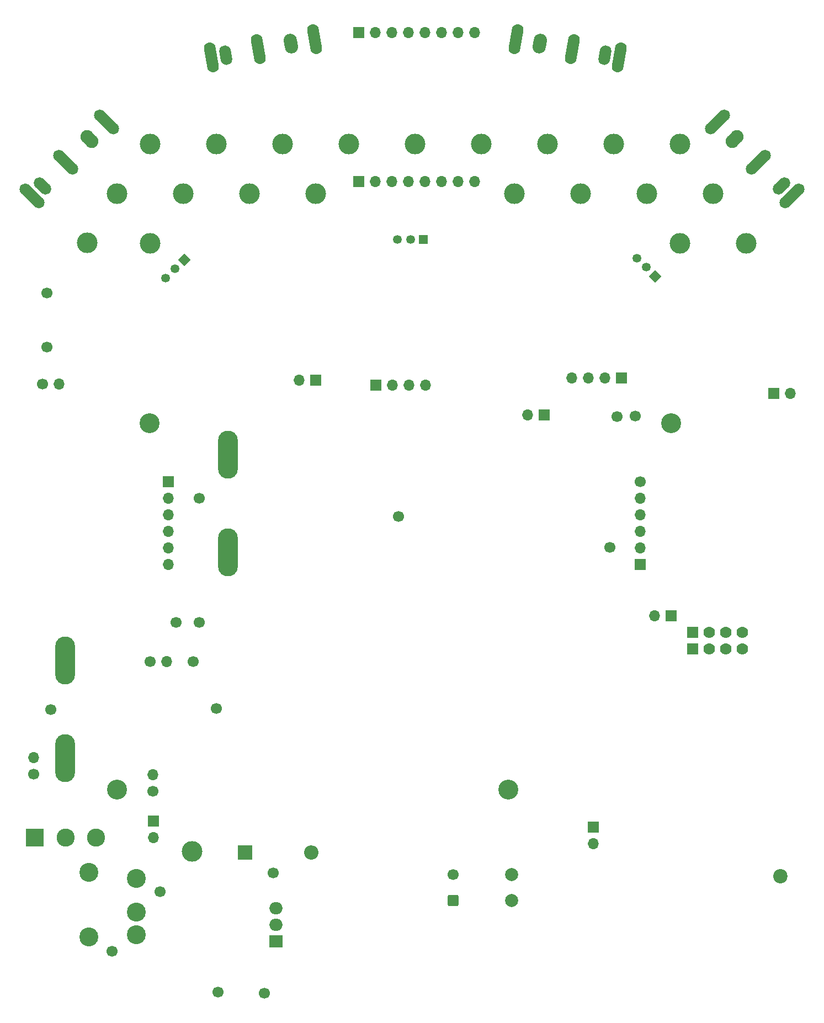
<source format=gbs>
G04 #@! TF.GenerationSoftware,KiCad,Pcbnew,8.0.7*
G04 #@! TF.CreationDate,2025-10-03T11:55:05-04:00*
G04 #@! TF.ProjectId,MotorBoardv3_2,4d6f746f-7242-46f6-9172-6476335f322e,V2.0.2b*
G04 #@! TF.SameCoordinates,Original*
G04 #@! TF.FileFunction,Soldermask,Bot*
G04 #@! TF.FilePolarity,Negative*
%FSLAX46Y46*%
G04 Gerber Fmt 4.6, Leading zero omitted, Abs format (unit mm)*
G04 Created by KiCad (PCBNEW 8.0.7) date 2025-10-03 11:55:05*
%MOMM*%
%LPD*%
G01*
G04 APERTURE LIST*
G04 Aperture macros list*
%AMRoundRect*
0 Rectangle with rounded corners*
0 $1 Rounding radius*
0 $2 $3 $4 $5 $6 $7 $8 $9 X,Y pos of 4 corners*
0 Add a 4 corners polygon primitive as box body*
4,1,4,$2,$3,$4,$5,$6,$7,$8,$9,$2,$3,0*
0 Add four circle primitives for the rounded corners*
1,1,$1+$1,$2,$3*
1,1,$1+$1,$4,$5*
1,1,$1+$1,$6,$7*
1,1,$1+$1,$8,$9*
0 Add four rect primitives between the rounded corners*
20,1,$1+$1,$2,$3,$4,$5,0*
20,1,$1+$1,$4,$5,$6,$7,0*
20,1,$1+$1,$6,$7,$8,$9,0*
20,1,$1+$1,$8,$9,$2,$3,0*%
%AMHorizOval*
0 Thick line with rounded ends*
0 $1 width*
0 $2 $3 position (X,Y) of the first rounded end (center of the circle)*
0 $4 $5 position (X,Y) of the second rounded end (center of the circle)*
0 Add line between two ends*
20,1,$1,$2,$3,$4,$5,0*
0 Add two circle primitives to create the rounded ends*
1,1,$1,$2,$3*
1,1,$1,$4,$5*%
%AMRotRect*
0 Rectangle, with rotation*
0 The origin of the aperture is its center*
0 $1 length*
0 $2 width*
0 $3 Rotation angle, in degrees counterclockwise*
0 Add horizontal line*
21,1,$1,$2,0,0,$3*%
G04 Aperture macros list end*
%ADD10C,3.175000*%
%ADD11C,1.700000*%
%ADD12R,1.700000X1.700000*%
%ADD13O,1.700000X1.700000*%
%ADD14HorizOval,2.032000X0.088213X-0.500282X-0.088213X0.500282X0*%
%ADD15HorizOval,1.778000X0.110267X-0.625353X-0.110267X0.625353X0*%
%ADD16HorizOval,1.778000X0.253613X-1.438312X-0.253613X1.438312X0*%
%ADD17C,2.000000*%
%ADD18RoundRect,0.250000X0.600000X-0.600000X0.600000X0.600000X-0.600000X0.600000X-0.600000X-0.600000X0*%
%ADD19R,2.200000X2.200000*%
%ADD20O,2.200000X2.200000*%
%ADD21RotRect,1.350000X1.350000X135.000000*%
%ADD22C,1.350000*%
%ADD23R,2.000000X1.905000*%
%ADD24O,2.000000X1.905000*%
%ADD25R,2.775000X2.775000*%
%ADD26C,2.775000*%
%ADD27RotRect,1.350000X1.350000X225.000000*%
%ADD28HorizOval,2.032000X0.359210X-0.359210X-0.359210X0.359210X0*%
%ADD29HorizOval,1.778000X0.449013X-0.449013X-0.449013X0.449013X0*%
%ADD30HorizOval,1.778000X1.032729X-1.032729X-1.032729X1.032729X0*%
%ADD31C,2.904000*%
%ADD32C,3.048000*%
%ADD33O,3.048000X7.366000*%
%ADD34R,1.350000X1.350000*%
%ADD35R,1.778000X1.778000*%
%ADD36C,1.778000*%
%ADD37C,2.200000*%
%ADD38HorizOval,2.032000X-0.359210X-0.359210X0.359210X0.359210X0*%
%ADD39HorizOval,1.778000X-0.449013X-0.449013X0.449013X0.449013X0*%
%ADD40HorizOval,1.778000X-1.032729X-1.032729X1.032729X1.032729X0*%
%ADD41HorizOval,2.032000X-0.088213X-0.500282X0.088213X0.500282X0*%
%ADD42HorizOval,1.778000X-0.110267X-0.625353X0.110267X0.625353X0*%
%ADD43HorizOval,1.778000X-0.253613X-1.438312X0.253613X1.438312X0*%
G04 APERTURE END LIST*
D10*
X160020000Y-58420000D03*
D11*
X72517000Y-116586000D03*
D12*
X69088000Y-147066000D03*
D13*
X69088000Y-149606000D03*
D14*
X90131412Y-27752934D03*
D15*
X80125765Y-29517199D03*
D16*
X85128588Y-28635066D03*
X93794899Y-27106962D03*
X77939492Y-29902698D03*
D11*
X78740000Y-129794000D03*
D10*
X68580000Y-58420000D03*
X68580000Y-43180000D03*
D17*
X124035000Y-159260000D03*
X124035000Y-155260000D03*
D18*
X115035000Y-159260000D03*
D11*
X115035000Y-155260000D03*
D12*
X100510000Y-48920000D03*
D13*
X118290000Y-48920000D03*
X105590000Y-48920000D03*
X108130000Y-48920000D03*
X110670000Y-48920000D03*
X113210000Y-48920000D03*
X108130000Y-26060000D03*
X105590000Y-26060000D03*
D12*
X100510000Y-26060000D03*
D13*
X103050000Y-48920000D03*
X103050000Y-26060000D03*
X110670000Y-26060000D03*
X118290000Y-26060000D03*
X115750000Y-48920000D03*
X113210000Y-26060000D03*
X115750000Y-26060000D03*
D10*
X73660000Y-50800000D03*
D19*
X83075000Y-151920000D03*
D20*
X93235000Y-151920000D03*
D21*
X146050000Y-63500000D03*
D22*
X144635786Y-62085786D03*
X143221573Y-60671573D03*
D11*
X68961000Y-142499000D03*
D13*
X68961000Y-139959000D03*
D11*
X106680000Y-100330000D03*
D23*
X87845000Y-165510000D03*
D24*
X87845000Y-162970000D03*
X87845000Y-160430000D03*
D10*
X88900000Y-43180000D03*
D11*
X143006000Y-84914000D03*
D25*
X50863500Y-149606000D03*
D26*
X55563500Y-149606000D03*
X60263500Y-149606000D03*
D11*
X52705000Y-66040000D03*
X140187000Y-84980000D03*
D10*
X144780000Y-50800000D03*
X134620000Y-50800000D03*
X83820000Y-50800000D03*
X149860000Y-43180000D03*
D12*
X93980000Y-79375000D03*
D13*
X91440000Y-79375000D03*
D10*
X119380000Y-43180000D03*
D27*
X73768949Y-60914872D03*
D22*
X72354735Y-62329086D03*
X70940522Y-63743299D03*
D11*
X52705000Y-74295000D03*
D28*
X59200051Y-42399949D03*
D29*
X52015846Y-49584154D03*
D30*
X55607949Y-45992051D03*
X61830488Y-39769512D03*
X50446069Y-51153931D03*
D12*
X140827000Y-79060000D03*
D13*
X138287000Y-79060000D03*
X135747000Y-79060000D03*
X133207000Y-79060000D03*
D10*
X124460000Y-50800000D03*
X63500000Y-50800000D03*
D31*
X66437000Y-164470000D03*
X66437000Y-155870000D03*
X66437000Y-161070000D03*
X59137000Y-154970000D03*
X59137000Y-164870000D03*
D11*
X139065000Y-105048000D03*
D10*
X58920000Y-58310000D03*
D12*
X103187000Y-80140000D03*
D13*
X105727000Y-80140000D03*
X108267000Y-80140000D03*
X110807000Y-80140000D03*
D12*
X148463000Y-115570000D03*
D13*
X145923000Y-115570000D03*
D11*
X70057000Y-157920000D03*
X68580000Y-122555000D03*
D13*
X71120000Y-122555000D03*
D10*
X99060000Y-43180000D03*
D12*
X136525000Y-147955000D03*
D13*
X136525000Y-150495000D03*
D32*
X63500000Y-142250000D03*
X123500000Y-142250000D03*
X148500000Y-86050000D03*
X68500000Y-86050000D03*
D33*
X55500000Y-137450000D03*
X55500000Y-122450000D03*
X80500000Y-105850000D03*
X80500000Y-90850000D03*
D12*
X71297800Y-94950000D03*
D13*
X71297800Y-97490000D03*
X71297800Y-100030000D03*
X71297800Y-102570000D03*
X71297800Y-105110000D03*
X71297800Y-107650000D03*
D12*
X143687800Y-107650000D03*
D13*
X143687800Y-105110000D03*
X143687800Y-102570000D03*
X143687800Y-100030000D03*
X143687800Y-97490000D03*
D11*
X143687800Y-94950000D03*
X78987000Y-173320000D03*
X86087000Y-173460000D03*
D10*
X149860000Y-58420000D03*
X129540000Y-43180000D03*
D34*
X110490000Y-57785000D03*
D22*
X108490000Y-57785000D03*
X106490000Y-57785000D03*
D11*
X87427000Y-155030000D03*
D35*
X151765000Y-120650000D03*
D36*
X154305000Y-120650000D03*
X156845000Y-120650000D03*
X159385000Y-120650000D03*
D35*
X151765000Y-118110000D03*
D36*
X154305000Y-118110000D03*
X156845000Y-118110000D03*
X159385000Y-118110000D03*
D11*
X76073000Y-116586000D03*
D12*
X164211000Y-81407000D03*
D13*
X166751000Y-81407000D03*
D10*
X93980000Y-50800000D03*
X78740000Y-43180000D03*
D11*
X76073000Y-97536000D03*
X53340000Y-129940000D03*
D10*
X109220000Y-43180000D03*
D37*
X165207000Y-155560000D03*
D10*
X74990000Y-151750000D03*
D11*
X50673000Y-139827000D03*
D13*
X50673000Y-137287000D03*
D10*
X154940000Y-50800000D03*
X139700000Y-43180000D03*
D12*
X129032000Y-84770000D03*
D13*
X126492000Y-84770000D03*
D11*
X62707000Y-167030000D03*
X75184000Y-122555000D03*
X52070000Y-80010000D03*
D13*
X54610000Y-80010000D03*
D38*
X158223949Y-42399949D03*
D39*
X165408154Y-49584154D03*
D40*
X161816051Y-45992051D03*
X155593512Y-39769512D03*
X166977931Y-51153931D03*
D41*
X128333988Y-27752934D03*
D42*
X138339635Y-29517199D03*
D43*
X133336812Y-28635066D03*
X124670501Y-27106962D03*
X140525908Y-29902698D03*
M02*

</source>
